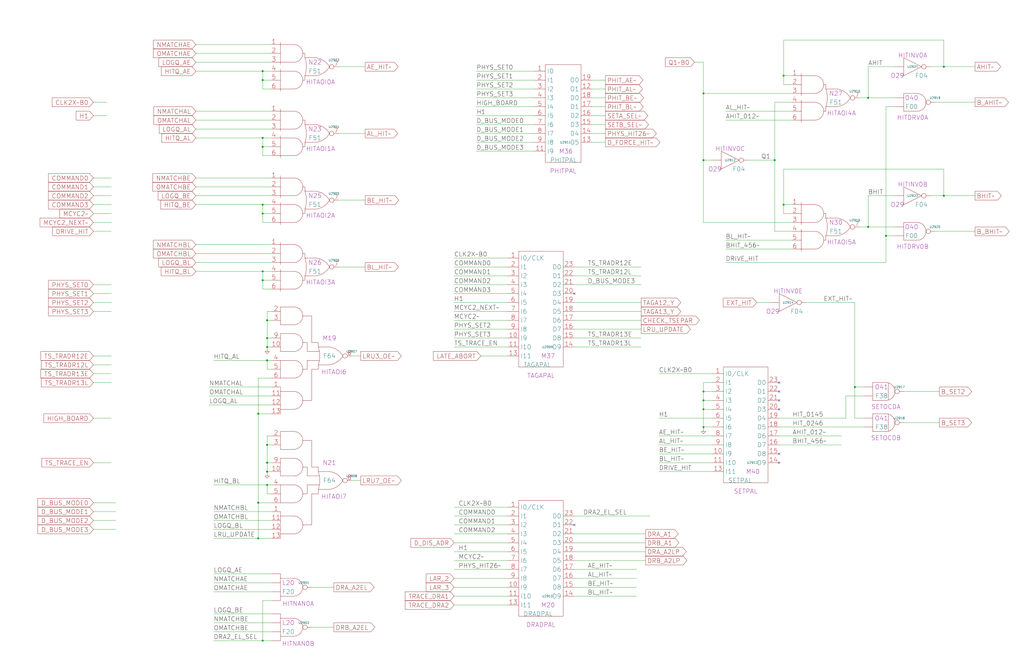
<source format=kicad_sch>
(kicad_sch (version 20250114) (generator "eeschema") (generator_version "9.0")
  (paper "User" 584.2 378.46)
  (title_block (title "HIT LOGIC") (date "08-MAR-90") (rev "0.0") (comment 1 "MEM32 BOARD") (comment 2 "232-003066") (comment 3 "S400") (comment 4 "RELEASED"))
  (junction (at 149.86 121.92))
  (junction (at 401.32 223.52))
  (junction (at 152.4 276.86))
  (junction (at 447.04 116.84))
  (junction (at 152.4 182.88))
  (junction (at 401.32 91.44))
  (junction (at 401.32 228.6))
  (junction (at 447.04 43.18))
  (junction (at 147.32 307.34))
  (junction (at 149.86 40.64))
  (junction (at 401.32 243.84))
  (junction (at 147.32 236.22))
  (junction (at 505.46 134.62))
  (junction (at 152.4 198.12))
  (junction (at 441.96 91.44))
  (junction (at 149.86 83.82))
  (junction (at 149.86 116.84))
  (junction (at 401.32 53.34))
  (junction (at 152.4 193.04))
  (junction (at 152.4 269.24))
  (junction (at 538.48 111.76))
  (junction (at 538.48 38.1))
  (junction (at 149.86 365.76))
  (junction (at 487.68 220.98))
  (junction (at 147.32 287.02))
  (junction (at 149.86 154.94))
  (junction (at 401.32 233.68))
  (junction (at 495.3 129.54))
  (junction (at 149.86 160.02))
  (junction (at 152.4 254))
  (junction (at 149.86 78.74))
  (junction (at 152.4 264.16))
  (junction (at 149.86 45.72))
  (junction (at 152.4 205.74))
  (junction (at 495.3 55.88))
  (no_connect (at 444.5 218.44))
  (no_connect (at 444.5 264.16))
  (no_connect (at 444.5 233.68))
  (no_connect (at 444.5 223.52))
  (no_connect (at 444.5 228.6))
  (no_connect (at 327.66 167.64))
  (no_connect (at 327.66 299.72))
  (no_connect (at 444.5 259.08))
  (wire (pts (xy 401.32 91.44) (xy 401.32 127)))
  (wire (pts (xy 452.12 48.26) (xy 447.04 48.26)))
  (wire (pts (xy 154.94 248.92) (xy 152.4 248.92)))
  (wire (pts (xy 327.66 177.8) (xy 365.76 177.8)))
  (wire (pts (xy 53.34 167.64) (xy 63.5 167.64)))
  (wire (pts (xy 337.82 71.12) (xy 345.44 71.12)))
  (wire (pts (xy 447.04 43.18) (xy 447.04 22.86)))
  (wire (pts (xy 53.34 111.76) (xy 63.5 111.76)))
  (wire (pts (xy 327.66 152.4) (xy 365.76 152.4)))
  (wire (pts (xy 154.94 177.8) (xy 152.4 177.8)))
  (wire (pts (xy 271.78 71.12) (xy 304.8 71.12)))
  (wire (pts (xy 401.32 91.44) (xy 406.4 91.44)))
  (wire (pts (xy 337.82 76.2) (xy 345.44 76.2)))
  (wire (pts (xy 111.76 106.68) (xy 154.94 106.68)))
  (wire (pts (xy 200.66 274.32) (xy 205.74 274.32)))
  (wire (pts (xy 259.08 309.88) (xy 289.56 309.88)))
  (wire (pts (xy 327.66 198.12) (xy 365.76 198.12)))
  (wire (pts (xy 259.08 320.04) (xy 289.56 320.04)))
  (wire (pts (xy 53.34 208.28) (xy 63.5 208.28)))
  (wire (pts (xy 271.78 81.28) (xy 304.8 81.28)))
  (wire (pts (xy 111.76 101.6) (xy 154.94 101.6)))
  (wire (pts (xy 111.76 116.84) (xy 149.86 116.84)))
  (wire (pts (xy 259.08 289.56) (xy 289.56 289.56)))
  (wire (pts (xy 327.66 162.56) (xy 365.76 162.56)))
  (wire (pts (xy 447.04 48.26) (xy 447.04 43.18)))
  (wire (pts (xy 53.34 101.6) (xy 63.5 101.6)))
  (wire (pts (xy 447.04 43.18) (xy 452.12 43.18)))
  (wire (pts (xy 337.82 45.72) (xy 345.44 45.72)))
  (wire (pts (xy 149.86 127) (xy 149.86 121.92)))
  (wire (pts (xy 327.66 172.72) (xy 365.76 172.72)))
  (wire (pts (xy 327.66 330.2) (xy 363.22 330.2)))
  (wire (pts (xy 375.92 259.08) (xy 406.4 259.08)))
  (wire (pts (xy 444.5 248.92) (xy 480.06 248.92)))
  (wire (pts (xy 111.76 63.5) (xy 154.94 63.5)))
  (wire (pts (xy 152.4 276.86) (xy 152.4 281.94)))
  (wire (pts (xy 53.34 66.04) (xy 60.96 66.04)))
  (wire (pts (xy 495.3 38.1) (xy 495.3 55.88)))
  (wire (pts (xy 444.5 243.84) (xy 492.76 243.84)))
  (wire (pts (xy 53.34 238.76) (xy 63.5 238.76)))
  (wire (pts (xy 149.86 121.92) (xy 149.86 116.84)))
  (wire (pts (xy 53.34 292.1) (xy 66.04 292.1)))
  (wire (pts (xy 152.4 269.24) (xy 154.94 269.24)))
  (wire (pts (xy 149.86 365.76) (xy 154.94 365.76)))
  (wire (pts (xy 259.08 187.96) (xy 289.56 187.96)))
  (wire (pts (xy 441.96 91.44) (xy 441.96 58.42)))
  (wire (pts (xy 121.92 355.6) (xy 154.94 355.6)))
  (wire (pts (xy 53.34 58.42) (xy 60.96 58.42)))
  (wire (pts (xy 447.04 121.92) (xy 447.04 116.84)))
  (wire (pts (xy 533.4 132.08) (xy 556.26 132.08)))
  (wire (pts (xy 495.3 55.88) (xy 510.54 55.88)))
  (wire (pts (xy 327.66 340.36) (xy 363.22 340.36)))
  (wire (pts (xy 149.86 88.9) (xy 149.86 83.82)))
  (wire (pts (xy 401.32 233.68) (xy 401.32 243.84)))
  (wire (pts (xy 533.4 58.42) (xy 556.26 58.42)))
  (wire (pts (xy 111.76 149.86) (xy 154.94 149.86)))
  (wire (pts (xy 53.34 132.08) (xy 63.5 132.08)))
  (wire (pts (xy 259.08 147.32) (xy 289.56 147.32)))
  (wire (pts (xy 441.96 58.42) (xy 452.12 58.42)))
  (wire (pts (xy 193.04 38.1) (xy 208.28 38.1)))
  (wire (pts (xy 259.08 314.96) (xy 289.56 314.96)))
  (wire (pts (xy 111.76 144.78) (xy 154.94 144.78)))
  (wire (pts (xy 152.4 182.88) (xy 154.94 182.88)))
  (wire (pts (xy 444.5 254) (xy 480.06 254)))
  (wire (pts (xy 149.86 45.72) (xy 154.94 45.72)))
  (wire (pts (xy 271.78 55.88) (xy 304.8 55.88)))
  (wire (pts (xy 193.04 114.3) (xy 208.28 114.3)))
  (wire (pts (xy 193.04 152.4) (xy 208.28 152.4)))
  (wire (pts (xy 152.4 193.04) (xy 152.4 198.12)))
  (wire (pts (xy 375.92 213.36) (xy 406.4 213.36)))
  (wire (pts (xy 154.94 210.82) (xy 152.4 210.82)))
  (wire (pts (xy 149.86 78.74) (xy 154.94 78.74)))
  (wire (pts (xy 487.68 220.98) (xy 487.68 238.76)))
  (wire (pts (xy 149.86 165.1) (xy 149.86 160.02)))
  (wire (pts (xy 487.68 238.76) (xy 492.76 238.76)))
  (wire (pts (xy 327.66 320.04) (xy 368.3 320.04)))
  (wire (pts (xy 447.04 96.52) (xy 538.48 96.52)))
  (wire (pts (xy 401.32 223.52) (xy 406.4 223.52)))
  (wire (pts (xy 401.32 223.52) (xy 401.32 228.6)))
  (wire (pts (xy 495.3 129.54) (xy 510.54 129.54)))
  (wire (pts (xy 327.66 325.12) (xy 363.22 325.12)))
  (wire (pts (xy 147.32 215.9) (xy 154.94 215.9)))
  (wire (pts (xy 111.76 111.76) (xy 154.94 111.76)))
  (wire (pts (xy 149.86 83.82) (xy 154.94 83.82)))
  (wire (pts (xy 327.66 294.64) (xy 370.84 294.64)))
  (wire (pts (xy 401.32 127) (xy 452.12 127)))
  (wire (pts (xy 152.4 198.12) (xy 154.94 198.12)))
  (wire (pts (xy 337.82 66.04) (xy 345.44 66.04)))
  (wire (pts (xy 337.82 55.88) (xy 345.44 55.88)))
  (wire (pts (xy 426.72 91.44) (xy 441.96 91.44)))
  (wire (pts (xy 375.92 248.92) (xy 406.4 248.92)))
  (wire (pts (xy 149.86 40.64) (xy 154.94 40.64)))
  (wire (pts (xy 271.78 60.96) (xy 304.8 60.96)))
  (wire (pts (xy 271.78 40.64) (xy 304.8 40.64)))
  (wire (pts (xy 327.66 187.96) (xy 365.76 187.96)))
  (wire (pts (xy 152.4 254) (xy 152.4 264.16)))
  (wire (pts (xy 53.34 218.44) (xy 63.5 218.44)))
  (wire (pts (xy 259.08 304.8) (xy 289.56 304.8)))
  (wire (pts (xy 121.92 350.52) (xy 154.94 350.52)))
  (wire (pts (xy 154.94 165.1) (xy 149.86 165.1)))
  (wire (pts (xy 538.48 22.86) (xy 538.48 38.1)))
  (wire (pts (xy 401.32 228.6) (xy 406.4 228.6)))
  (wire (pts (xy 447.04 116.84) (xy 452.12 116.84)))
  (wire (pts (xy 327.66 182.88) (xy 365.76 182.88)))
  (wire (pts (xy 337.82 81.28) (xy 345.44 81.28)))
  (wire (pts (xy 111.76 139.7) (xy 154.94 139.7)))
  (wire (pts (xy 327.66 314.96) (xy 368.3 314.96)))
  (wire (pts (xy 441.96 132.08) (xy 441.96 91.44)))
  (wire (pts (xy 149.86 116.84) (xy 154.94 116.84)))
  (wire (pts (xy 121.92 327.66) (xy 154.94 327.66)))
  (wire (pts (xy 259.08 299.72) (xy 289.56 299.72)))
  (wire (pts (xy 152.4 264.16) (xy 154.94 264.16)))
  (wire (pts (xy 259.08 152.4) (xy 289.56 152.4)))
  (wire (pts (xy 327.66 193.04) (xy 365.76 193.04)))
  (wire (pts (xy 505.46 134.62) (xy 505.46 60.96)))
  (wire (pts (xy 530.86 38.1) (xy 538.48 38.1)))
  (wire (pts (xy 149.86 160.02) (xy 149.86 154.94)))
  (wire (pts (xy 505.46 134.62) (xy 510.54 134.62)))
  (wire (pts (xy 111.76 68.58) (xy 154.94 68.58)))
  (wire (pts (xy 259.08 157.48) (xy 289.56 157.48)))
  (wire (pts (xy 271.78 76.2) (xy 304.8 76.2)))
  (wire (pts (xy 401.32 35.56) (xy 401.32 53.34)))
  (wire (pts (xy 414.02 137.16) (xy 452.12 137.16)))
  (wire (pts (xy 401.32 243.84) (xy 406.4 243.84)))
  (wire (pts (xy 149.86 45.72) (xy 149.86 40.64)))
  (wire (pts (xy 259.08 162.56) (xy 289.56 162.56)))
  (wire (pts (xy 375.92 254) (xy 406.4 254)))
  (wire (pts (xy 538.48 96.52) (xy 538.48 111.76)))
  (wire (pts (xy 447.04 22.86) (xy 538.48 22.86)))
  (wire (pts (xy 482.6 226.06) (xy 482.6 238.76)))
  (wire (pts (xy 459.74 172.72) (xy 487.68 172.72)))
  (wire (pts (xy 121.92 365.76) (xy 149.86 365.76)))
  (wire (pts (xy 121.92 292.1) (xy 154.94 292.1)))
  (wire (pts (xy 119.38 226.06) (xy 154.94 226.06)))
  (wire (pts (xy 152.4 254) (xy 154.94 254)))
  (wire (pts (xy 337.82 60.96) (xy 345.44 60.96)))
  (wire (pts (xy 121.92 302.26) (xy 154.94 302.26)))
  (wire (pts (xy 154.94 88.9) (xy 149.86 88.9)))
  (wire (pts (xy 487.68 172.72) (xy 487.68 220.98)))
  (wire (pts (xy 327.66 335.28) (xy 363.22 335.28)))
  (wire (pts (xy 53.34 213.36) (xy 63.5 213.36)))
  (wire (pts (xy 452.12 132.08) (xy 441.96 132.08)))
  (wire (pts (xy 271.78 50.8) (xy 304.8 50.8)))
  (wire (pts (xy 121.92 360.68) (xy 154.94 360.68)))
  (wire (pts (xy 327.66 157.48) (xy 365.76 157.48)))
  (wire (pts (xy 414.02 68.58) (xy 452.12 68.58)))
  (wire (pts (xy 274.32 203.2) (xy 289.56 203.2)))
  (wire (pts (xy 193.04 76.2) (xy 208.28 76.2)))
  (wire (pts (xy 414.02 142.24) (xy 452.12 142.24)))
  (wire (pts (xy 53.34 203.2) (xy 63.5 203.2)))
  (wire (pts (xy 259.08 345.44) (xy 289.56 345.44)))
  (wire (pts (xy 271.78 86.36) (xy 304.8 86.36)))
  (wire (pts (xy 53.34 287.02) (xy 66.04 287.02)))
  (wire (pts (xy 152.4 177.8) (xy 152.4 182.88)))
  (wire (pts (xy 121.92 337.82) (xy 154.94 337.82)))
  (wire (pts (xy 147.32 287.02) (xy 154.94 287.02)))
  (wire (pts (xy 149.86 121.92) (xy 154.94 121.92)))
  (wire (pts (xy 259.08 167.64) (xy 289.56 167.64)))
  (wire (pts (xy 121.92 332.74) (xy 154.94 332.74)))
  (wire (pts (xy 149.86 342.9) (xy 149.86 365.76)))
  (wire (pts (xy 154.94 281.94) (xy 152.4 281.94)))
  (wire (pts (xy 505.46 149.86) (xy 505.46 134.62)))
  (wire (pts (xy 452.12 121.92) (xy 447.04 121.92)))
  (wire (pts (xy 515.62 241.3) (xy 535.94 241.3)))
  (wire (pts (xy 447.04 116.84) (xy 447.04 96.52)))
  (wire (pts (xy 147.32 236.22) (xy 147.32 215.9)))
  (wire (pts (xy 152.4 248.92) (xy 152.4 254)))
  (wire (pts (xy 406.4 218.44) (xy 401.32 218.44)))
  (wire (pts (xy 152.4 182.88) (xy 152.4 193.04)))
  (wire (pts (xy 111.76 154.94) (xy 149.86 154.94)))
  (wire (pts (xy 149.86 160.02) (xy 154.94 160.02)))
  (wire (pts (xy 53.34 302.26) (xy 66.04 302.26)))
  (wire (pts (xy 154.94 127) (xy 149.86 127)))
  (wire (pts (xy 147.32 236.22) (xy 154.94 236.22)))
  (wire (pts (xy 414.02 63.5) (xy 452.12 63.5)))
  (wire (pts (xy 401.32 228.6) (xy 401.32 233.68)))
  (wire (pts (xy 259.08 335.28) (xy 289.56 335.28)))
  (wire (pts (xy 53.34 172.72) (xy 63.5 172.72)))
  (wire (pts (xy 147.32 307.34) (xy 154.94 307.34)))
  (wire (pts (xy 111.76 73.66) (xy 154.94 73.66)))
  (wire (pts (xy 152.4 193.04) (xy 154.94 193.04)))
  (wire (pts (xy 259.08 172.72) (xy 289.56 172.72)))
  (wire (pts (xy 152.4 264.16) (xy 152.4 269.24)))
  (wire (pts (xy 149.86 50.8) (xy 149.86 45.72)))
  (wire (pts (xy 53.34 297.18) (xy 66.04 297.18)))
  (wire (pts (xy 401.32 218.44) (xy 401.32 223.52)))
  (wire (pts (xy 396.24 35.56) (xy 401.32 35.56)))
  (wire (pts (xy 401.32 53.34) (xy 401.32 91.44)))
  (wire (pts (xy 53.34 106.68) (xy 63.5 106.68)))
  (wire (pts (xy 538.48 111.76) (xy 556.26 111.76)))
  (wire (pts (xy 152.4 276.86) (xy 154.94 276.86)))
  (wire (pts (xy 147.32 307.34) (xy 147.32 287.02)))
  (wire (pts (xy 375.92 264.16) (xy 406.4 264.16)))
  (wire (pts (xy 152.4 205.74) (xy 154.94 205.74)))
  (wire (pts (xy 259.08 325.12) (xy 289.56 325.12)))
  (wire (pts (xy 495.3 111.76) (xy 495.3 129.54)))
  (wire (pts (xy 53.34 264.16) (xy 63.5 264.16)))
  (wire (pts (xy 121.92 276.86) (xy 152.4 276.86)))
  (wire (pts (xy 492.76 226.06) (xy 482.6 226.06)))
  (wire (pts (xy 53.34 177.8) (xy 63.5 177.8)))
  (wire (pts (xy 53.34 127) (xy 63.5 127)))
  (wire (pts (xy 111.76 30.48) (xy 154.94 30.48)))
  (wire (pts (xy 259.08 330.2) (xy 289.56 330.2)))
  (wire (pts (xy 259.08 294.64) (xy 289.56 294.64)))
  (wire (pts (xy 111.76 40.64) (xy 149.86 40.64)))
  (wire (pts (xy 259.08 182.88) (xy 289.56 182.88)))
  (wire (pts (xy 505.46 60.96) (xy 510.54 60.96)))
  (wire (pts (xy 487.68 220.98) (xy 492.76 220.98)))
  (wire (pts (xy 510.54 38.1) (xy 495.3 38.1)))
  (wire (pts (xy 327.66 309.88) (xy 368.3 309.88)))
  (wire (pts (xy 111.76 35.56) (xy 154.94 35.56)))
  (wire (pts (xy 490.22 55.88) (xy 495.3 55.88)))
  (wire (pts (xy 53.34 121.92) (xy 63.5 121.92)))
  (wire (pts (xy 431.8 172.72) (xy 439.42 172.72)))
  (wire (pts (xy 149.86 154.94) (xy 154.94 154.94)))
  (wire (pts (xy 327.66 304.8) (xy 368.3 304.8)))
  (wire (pts (xy 121.92 297.18) (xy 154.94 297.18)))
  (wire (pts (xy 111.76 78.74) (xy 149.86 78.74)))
  (wire (pts (xy 375.92 238.76) (xy 406.4 238.76)))
  (wire (pts (xy 147.32 287.02) (xy 147.32 236.22)))
  (wire (pts (xy 152.4 205.74) (xy 152.4 210.82)))
  (wire (pts (xy 154.94 342.9) (xy 149.86 342.9)))
  (wire (pts (xy 510.54 111.76) (xy 495.3 111.76)))
  (wire (pts (xy 53.34 116.84) (xy 63.5 116.84)))
  (wire (pts (xy 515.62 223.52) (xy 535.94 223.52)))
  (wire (pts (xy 119.38 220.98) (xy 154.94 220.98)))
  (wire (pts (xy 121.92 205.74) (xy 152.4 205.74)))
  (wire (pts (xy 259.08 193.04) (xy 289.56 193.04)))
  (wire (pts (xy 154.94 50.8) (xy 149.86 50.8)))
  (wire (pts (xy 375.92 269.24) (xy 406.4 269.24)))
  (wire (pts (xy 119.38 231.14) (xy 154.94 231.14)))
  (wire (pts (xy 414.02 149.86) (xy 505.46 149.86)))
  (wire (pts (xy 149.86 83.82) (xy 149.86 78.74)))
  (wire (pts (xy 401.32 53.34) (xy 452.12 53.34)))
  (wire (pts (xy 271.78 66.04) (xy 304.8 66.04)))
  (wire (pts (xy 259.08 198.12) (xy 289.56 198.12)))
  (wire (pts (xy 259.08 340.36) (xy 289.56 340.36)))
  (wire (pts (xy 177.8 358.14) (xy 190.5 358.14)))
  (wire (pts (xy 482.6 238.76) (xy 444.5 238.76)))
  (wire (pts (xy 121.92 307.34) (xy 147.32 307.34)))
  (wire (pts (xy 111.76 25.4) (xy 154.94 25.4)))
  (wire (pts (xy 401.32 233.68) (xy 406.4 233.68)))
  (wire (pts (xy 271.78 45.72) (xy 304.8 45.72)))
  (wire (pts (xy 538.48 38.1) (xy 556.26 38.1)))
  (wire (pts (xy 490.22 129.54) (xy 495.3 129.54)))
  (wire (pts (xy 530.86 111.76) (xy 538.48 111.76)))
  (wire (pts (xy 177.8 335.28) (xy 190.5 335.28)))
  (wire (pts (xy 337.82 50.8) (xy 345.44 50.8)))
  (wire (pts (xy 200.66 203.2) (xy 205.74 203.2)))
  (wire (pts (xy 53.34 162.56) (xy 63.5 162.56)))
  (wire (pts (xy 259.08 177.8) (xy 289.56 177.8)))
  (label "AHIT" (at 495.3 38.1 0) (effects (font (size 2.54 2.54))))
  (label "TS_TRADR12E" (at 335.28 152.4 0) (effects (font (size 2.54 2.54))))
  (label "PHYS_HIT26~" (at 261.62 325.12 0) (effects (font (size 2.54 2.54))))
  (label "BE_HIT~" (at 335.28 335.28 0) (effects (font (size 2.54 2.54))))
  (label "TS_TRADR13L" (at 335.28 198.12 0) (effects (font (size 2.54 2.54))))
  (label "CLK2X~B0" (at 375.92 213.36 0) (effects (font (size 2.54 2.54))))
  (label "MCYC2~" (at 261.62 320.04 0) (effects (font (size 2.54 2.54))))
  (label "LOGQ_BL" (at 121.92 302.26 0) (effects (font (size 2.54 2.54))))
  (label "LRU_UPDATE" (at 121.92 307.34 0) (effects (font (size 2.54 2.54))))
  (label "COMMAND0" (at 259.08 152.4 0) (effects (font (size 2.54 2.54))))
  (label "D_BUS_MODE3" (at 335.28 162.56 0) (effects (font (size 2.54 2.54))))
  (label "TS_TRACE_EN" (at 259.08 198.12 0) (effects (font (size 2.54 2.54))))
  (label "AL_HIT~" (at 335.28 330.2 0) (effects (font (size 2.54 2.54))))
  (label "HITQ_BL" (at 121.92 276.86 0) (effects (font (size 2.54 2.54))))
  (label "TS_TRADR13E" (at 335.28 193.04 0) (effects (font (size 2.54 2.54))))
  (label "AE_HIT~" (at 335.28 325.12 0) (effects (font (size 2.54 2.54))))
  (label "D_BUS_MODE0" (at 271.78 71.12 0) (effects (font (size 2.54 2.54))))
  (label "AHIT_012~" (at 452.12 248.92 0) (effects (font (size 2.54 2.54))))
  (label "EXT_HIT~" (at 469.9 172.72 0) (effects (font (size 2.54 2.54))))
  (label "Q1" (at 434.34 91.44 0) (effects (font (size 2.54 2.54))))
  (label "MCYC2_NEXT~" (at 259.08 177.8 0) (effects (font (size 2.54 2.54))))
  (label "H1" (at 261.62 314.96 0) (effects (font (size 2.54 2.54))))
  (label "PHYS_SET1" (at 271.78 45.72 0) (effects (font (size 2.54 2.54))))
  (label "BL_HIT~" (at 335.28 340.36 0) (effects (font (size 2.54 2.54))))
  (label "CLK2X~B0" (at 261.62 289.56 0) (effects (font (size 2.54 2.54))))
  (label "BHIT_456~" (at 452.12 254 0) (effects (font (size 2.54 2.54))))
  (label "PHYS_SET2" (at 271.78 50.8 0) (effects (font (size 2.54 2.54))))
  (label "H1" (at 271.78 66.04 0) (effects (font (size 2.54 2.54))))
  (label "HITQ_AL" (at 121.92 205.74 0) (effects (font (size 2.54 2.54))))
  (label "COMMAND2" (at 261.62 304.8 0) (effects (font (size 2.54 2.54))))
  (label "MCYC2~" (at 259.08 182.88 0) (effects (font (size 2.54 2.54))))
  (label "OMATCHAE" (at 121.92 337.82 0) (effects (font (size 2.54 2.54))))
  (label "LOGQ_BE" (at 121.92 350.52 0) (effects (font (size 2.54 2.54))))
  (label "NMATCHAE" (at 121.92 332.74 0) (effects (font (size 2.54 2.54))))
  (label "AE_HIT~" (at 375.92 248.92 0) (effects (font (size 2.54 2.54))))
  (label "TS_TRADR12L" (at 335.28 157.48 0) (effects (font (size 2.54 2.54))))
  (label "COMMAND0" (at 261.62 294.64 0) (effects (font (size 2.54 2.54))))
  (label "DRA2_EL_SEL" (at 121.92 365.76 0) (effects (font (size 2.54 2.54))))
  (label "PHYS_SET2" (at 259.08 187.96 0) (effects (font (size 2.54 2.54))))
  (label "NMATCHBE" (at 121.92 355.6 0) (effects (font (size 2.54 2.54))))
  (label "COMMAND1" (at 259.08 157.48 0) (effects (font (size 2.54 2.54))))
  (label "BL_HIT~" (at 414.02 137.16 0) (effects (font (size 2.54 2.54))))
  (label "DRA2_EL_SEL" (at 332.74 294.64 0) (effects (font (size 2.54 2.54))))
  (label "OMATCHBE" (at 121.92 360.68 0) (effects (font (size 2.54 2.54))))
  (label "NMATCHBL" (at 121.92 292.1 0) (effects (font (size 2.54 2.54))))
  (label "DRIVE_HIT" (at 375.92 269.24 0) (effects (font (size 2.54 2.54))))
  (label "NMATCHAL" (at 119.38 220.98 0) (effects (font (size 2.54 2.54))))
  (label "LOGQ_AE" (at 121.92 327.66 0) (effects (font (size 2.54 2.54))))
  (label "AL_HIT~" (at 414.02 63.5 0) (effects (font (size 2.54 2.54))))
  (label "COMMAND3" (at 259.08 167.64 0) (effects (font (size 2.54 2.54))))
  (label "COMMAND1" (at 261.62 299.72 0) (effects (font (size 2.54 2.54))))
  (label "PHYS_SET0" (at 271.78 40.64 0) (effects (font (size 2.54 2.54))))
  (label "BE_HIT~" (at 375.92 259.08 0) (effects (font (size 2.54 2.54))))
  (label "AHIT_012~" (at 414.02 68.58 0) (effects (font (size 2.54 2.54))))
  (label "BL_HIT~" (at 375.92 264.16 0) (effects (font (size 2.54 2.54))))
  (label "H1" (at 375.92 238.76 0) (effects (font (size 2.54 2.54))))
  (label "LOGQ_AL" (at 119.38 231.14 0) (effects (font (size 2.54 2.54))))
  (label "D_BUS_MODE1" (at 271.78 76.2 0) (effects (font (size 2.54 2.54))))
  (label "HIGH_BOARD" (at 271.78 60.96 0) (effects (font (size 2.54 2.54))))
  (label "D_BUS_MODE2" (at 271.78 81.28 0) (effects (font (size 2.54 2.54))))
  (label "H1" (at 259.08 172.72 0) (effects (font (size 2.54 2.54))))
  (label "D_BUS_MODE3" (at 271.78 86.36 0) (effects (font (size 2.54 2.54))))
  (label "AL_HIT~" (at 375.92 254 0) (effects (font (size 2.54 2.54))))
  (label "HIT_0246" (at 452.12 243.84 0) (effects (font (size 2.54 2.54))))
  (label "COMMAND2" (at 259.08 162.56 0) (effects (font (size 2.54 2.54))))
  (label "BHIT_456~" (at 414.02 142.24 0) (effects (font (size 2.54 2.54))))
  (label "CLK2X~B0" (at 259.08 147.32 0) (effects (font (size 2.54 2.54))))
  (label "HIT_0145" (at 452.12 238.76 0) (effects (font (size 2.54 2.54))))
  (label "DRIVE_HIT" (at 414.02 149.86 0) (effects (font (size 2.54 2.54))))
  (label "BHIT" (at 495.3 111.76 0) (effects (font (size 2.54 2.54))))
  (label "PHYS_SET3" (at 271.78 55.88 0) (effects (font (size 2.54 2.54))))
  (label "OMATCHBL" (at 121.92 297.18 0) (effects (font (size 2.54 2.54))))
  (label "OMATCHAL" (at 119.38 226.06 0) (effects (font (size 2.54 2.54))))
  (label "PHYS_SET3" (at 259.08 193.04 0) (effects (font (size 2.54 2.54))))
  (global_label "LAR_2" (shape input) (at 259.08 330.2 180) (effects (font (size 2.54 2.54))) (property "Intersheetrefs" "${INTERSHEET_REFS}" (at 243.1264 330.0413 0) (effects (font (size 1.905 1.905)) (justify right))))
  (global_label "D_BUS_MODE2" (shape input) (at 53.34 297.18 180) (effects (font (size 2.54 2.54))) (property "Intersheetrefs" "${INTERSHEET_REFS}" (at 21.6626 297.0213 0) (effects (font (size 1.905 1.905)) (justify right))))
  (global_label "LOGQ_AE" (shape input) (at 111.76 35.56 180) (effects (font (size 2.54 2.54))) (property "Intersheetrefs" "${INTERSHEET_REFS}" (at 90.6054 35.4013 0) (effects (font (size 1.905 1.905)) (justify right))))
  (global_label "DRB_A2EL" (shape output) (at 190.5 358.14 0) (effects (font (size 2.54 2.54))) (property "Intersheetrefs" "${INTERSHEET_REFS}" (at 213.8317 357.9813 0) (effects (font (size 1.905 1.905)) (justify left))))
  (global_label "AL_HIT~" (shape output) (at 208.28 76.2 0) (effects (font (size 2.54 2.54))) (property "Intersheetrefs" "${INTERSHEET_REFS}" (at 226.8946 76.0413 0) (effects (font (size 1.905 1.905)) (justify left))))
  (global_label "HIGH_BOARD" (shape input) (at 53.34 238.76 180) (effects (font (size 2.54 2.54))) (property "Intersheetrefs" "${INTERSHEET_REFS}" (at 25.0492 238.6013 0) (effects (font (size 1.905 1.905)) (justify right))))
  (global_label "PHIT_BE~" (shape output) (at 345.44 55.88 0) (effects (font (size 2.54 2.54))) (property "Intersheetrefs" "${INTERSHEET_REFS}" (at 367.1993 55.7213 0) (effects (font (size 1.905 1.905)) (justify left))))
  (global_label "CLK2X~B0" (shape input) (at 53.34 58.42 180) (effects (font (size 2.54 2.54))) (property "Intersheetrefs" "${INTERSHEET_REFS}" (at 29.7664 58.2613 0) (effects (font (size 1.905 1.905)) (justify right))))
  (global_label "PHYS_SET0" (shape input) (at 53.34 162.56 180) (effects (font (size 2.54 2.54))) (property "Intersheetrefs" "${INTERSHEET_REFS}" (at 27.7102 162.4013 0) (effects (font (size 1.905 1.905)) (justify right))))
  (global_label "H1" (shape input) (at 53.34 66.04 180) (effects (font (size 2.54 2.54))) (property "Intersheetrefs" "${INTERSHEET_REFS}" (at 43.434 65.8813 0) (effects (font (size 1.905 1.905)) (justify right))))
  (global_label "DRA_A2LP" (shape output) (at 368.3 314.96 0) (effects (font (size 2.54 2.54))) (property "Intersheetrefs" "${INTERSHEET_REFS}" (at 391.5108 314.8013 0) (effects (font (size 1.905 1.905)) (justify left))))
  (global_label "B_SET3" (shape output) (at 535.94 241.3 0) (effects (font (size 2.54 2.54))) (property "Intersheetrefs" "${INTERSHEET_REFS}" (at 554.3127 241.1413 0) (effects (font (size 1.905 1.905)) (justify left))))
  (global_label "COMMAND1" (shape input) (at 53.34 106.68 180) (effects (font (size 2.54 2.54))) (property "Intersheetrefs" "${INTERSHEET_REFS}" (at 27.7102 106.5213 0) (effects (font (size 1.905 1.905)) (justify right))))
  (global_label "DRB_A2LP" (shape output) (at 368.3 320.04 0) (effects (font (size 2.54 2.54))) (property "Intersheetrefs" "${INTERSHEET_REFS}" (at 391.8736 319.8813 0) (effects (font (size 1.905 1.905)) (justify left))))
  (global_label "B_AHIT~" (shape output) (at 556.26 58.42 0) (effects (font (size 2.54 2.54))) (property "Intersheetrefs" "${INTERSHEET_REFS}" (at 575.3584 58.2613 0) (effects (font (size 1.905 1.905)) (justify left))))
  (global_label "AE_HIT~" (shape output) (at 208.28 38.1 0) (effects (font (size 2.54 2.54))) (property "Intersheetrefs" "${INTERSHEET_REFS}" (at 227.1365 37.9413 0) (effects (font (size 1.905 1.905)) (justify left))))
  (global_label "BL_HIT~" (shape output) (at 208.28 152.4 0) (effects (font (size 2.54 2.54))) (property "Intersheetrefs" "${INTERSHEET_REFS}" (at 227.2574 152.2413 0) (effects (font (size 1.905 1.905)) (justify left))))
  (global_label "PHYS_SET3" (shape input) (at 53.34 177.8 180) (effects (font (size 2.54 2.54))) (property "Intersheetrefs" "${INTERSHEET_REFS}" (at 27.7102 177.6413 0) (effects (font (size 1.905 1.905)) (justify right))))
  (global_label "LOGQ_BE" (shape input) (at 111.76 111.76 180) (effects (font (size 2.54 2.54))) (property "Intersheetrefs" "${INTERSHEET_REFS}" (at 90.2426 111.6013 0) (effects (font (size 1.905 1.905)) (justify right))))
  (global_label "B_BHIT~" (shape output) (at 556.26 132.08 0) (effects (font (size 2.54 2.54))) (property "Intersheetrefs" "${INTERSHEET_REFS}" (at 575.7212 131.9213 0) (effects (font (size 1.905 1.905)) (justify left))))
  (global_label "PHYS_SET1" (shape input) (at 53.34 167.64 180) (effects (font (size 2.54 2.54))) (property "Intersheetrefs" "${INTERSHEET_REFS}" (at 27.7102 167.4813 0) (effects (font (size 1.905 1.905)) (justify right))))
  (global_label "MCYC2~" (shape input) (at 53.34 121.92 180) (effects (font (size 2.54 2.54))) (property "Intersheetrefs" "${INTERSHEET_REFS}" (at 34.1207 121.7613 0) (effects (font (size 1.905 1.905)) (justify right))))
  (global_label "AHIT~" (shape output) (at 556.26 38.1 0) (effects (font (size 2.54 2.54))) (property "Intersheetrefs" "${INTERSHEET_REFS}" (at 570.8831 37.9413 0) (effects (font (size 1.905 1.905)) (justify left))))
  (global_label "OMATCHAE" (shape input) (at 111.76 30.48 180) (effects (font (size 2.54 2.54))) (property "Intersheetrefs" "${INTERSHEET_REFS}" (at 87.5816 30.3213 0) (effects (font (size 1.905 1.905)) (justify right))))
  (global_label "PHIT_BL~" (shape output) (at 345.44 60.96 0) (effects (font (size 2.54 2.54))) (property "Intersheetrefs" "${INTERSHEET_REFS}" (at 366.9574 60.8013 0) (effects (font (size 1.905 1.905)) (justify left))))
  (global_label "NMATCHAE" (shape input) (at 111.76 25.4 180) (effects (font (size 2.54 2.54))) (property "Intersheetrefs" "${INTERSHEET_REFS}" (at 87.5816 25.2413 0) (effects (font (size 1.905 1.905)) (justify right))))
  (global_label "SETB_SEL~" (shape output) (at 345.44 71.12 0) (effects (font (size 2.54 2.54))) (property "Intersheetrefs" "${INTERSHEET_REFS}" (at 369.9812 70.9613 0) (effects (font (size 1.905 1.905)) (justify left))))
  (global_label "PHIT_AE~" (shape output) (at 345.44 45.72 0) (effects (font (size 2.54 2.54))) (property "Intersheetrefs" "${INTERSHEET_REFS}" (at 366.8365 45.5613 0) (effects (font (size 1.905 1.905)) (justify left))))
  (global_label "NMATCHAL" (shape input) (at 111.76 63.5 180) (effects (font (size 2.54 2.54))) (property "Intersheetrefs" "${INTERSHEET_REFS}" (at 87.8235 63.3413 0) (effects (font (size 1.905 1.905)) (justify right))))
  (global_label "D_FORCE_HIT~" (shape output) (at 345.44 81.28 0) (effects (font (size 2.54 2.54))) (property "Intersheetrefs" "${INTERSHEET_REFS}" (at 376.5127 81.1213 0) (effects (font (size 1.905 1.905)) (justify left))))
  (global_label "COMMAND0" (shape input) (at 53.34 101.6 180) (effects (font (size 2.54 2.54))) (property "Intersheetrefs" "${INTERSHEET_REFS}" (at 27.7102 101.4413 0) (effects (font (size 1.905 1.905)) (justify right))))
  (global_label "LOGQ_BL" (shape input) (at 111.76 149.86 180) (effects (font (size 2.54 2.54))) (property "Intersheetrefs" "${INTERSHEET_REFS}" (at 90.4845 149.7013 0) (effects (font (size 1.905 1.905)) (justify right))))
  (global_label "HITQ_BL" (shape input) (at 111.76 154.94 180) (effects (font (size 2.54 2.54))) (property "Intersheetrefs" "${INTERSHEET_REFS}" (at 91.9359 154.7813 0) (effects (font (size 1.905 1.905)) (justify right))))
  (global_label "PHYS_HIT26~" (shape output) (at 345.44 76.2 0) (effects (font (size 2.54 2.54))) (property "Intersheetrefs" "${INTERSHEET_REFS}" (at 374.4565 76.0413 0) (effects (font (size 1.905 1.905)) (justify left))))
  (global_label "LAR_3" (shape input) (at 259.08 335.28 180) (effects (font (size 2.54 2.54))) (property "Intersheetrefs" "${INTERSHEET_REFS}" (at 243.1264 335.1213 0) (effects (font (size 1.905 1.905)) (justify right))))
  (global_label "LATE_ABORT" (shape input) (at 274.32 203.2 180) (effects (font (size 2.54 2.54))) (property "Intersheetrefs" "${INTERSHEET_REFS}" (at 247.2388 203.0413 0) (effects (font (size 1.905 1.905)) (justify right))))
  (global_label "TRACE_DRA1" (shape input) (at 259.08 340.36 180) (effects (font (size 2.54 2.54))) (property "Intersheetrefs" "${INTERSHEET_REFS}" (at 231.1521 340.2013 0) (effects (font (size 1.905 1.905)) (justify right))))
  (global_label "MCYC2_NEXT~" (shape input) (at 53.34 127 180) (effects (font (size 2.54 2.54))) (property "Intersheetrefs" "${INTERSHEET_REFS}" (at 22.8721 126.8413 0) (effects (font (size 1.905 1.905)) (justify right))))
  (global_label "D_BUS_MODE0" (shape input) (at 53.34 287.02 180) (effects (font (size 2.54 2.54))) (property "Intersheetrefs" "${INTERSHEET_REFS}" (at 21.6626 286.8613 0) (effects (font (size 1.905 1.905)) (justify right))))
  (global_label "OMATCHBE" (shape input) (at 111.76 106.68 180) (effects (font (size 2.54 2.54))) (property "Intersheetrefs" "${INTERSHEET_REFS}" (at 87.2188 106.5213 0) (effects (font (size 1.905 1.905)) (justify right))))
  (global_label "OMATCHAL" (shape input) (at 111.76 68.58 180) (effects (font (size 2.54 2.54))) (property "Intersheetrefs" "${INTERSHEET_REFS}" (at 87.8235 68.4213 0) (effects (font (size 1.905 1.905)) (justify right))))
  (global_label "HITQ_AE" (shape input) (at 111.76 40.64 180) (effects (font (size 2.54 2.54))) (property "Intersheetrefs" "${INTERSHEET_REFS}" (at 92.0569 40.4813 0) (effects (font (size 1.905 1.905)) (justify right))))
  (global_label "DRA_A2EL" (shape output) (at 190.5 335.28 0) (effects (font (size 2.54 2.54))) (property "Intersheetrefs" "${INTERSHEET_REFS}" (at 213.4689 335.1213 0) (effects (font (size 1.905 1.905)) (justify left))))
  (global_label "TS_TRACE_EN" (shape input) (at 53.34 264.16 180) (effects (font (size 2.54 2.54))) (property "Intersheetrefs" "${INTERSHEET_REFS}" (at 23.8397 264.0013 0) (effects (font (size 1.905 1.905)) (justify right))))
  (global_label "TS_TRADR12E" (shape input) (at 53.34 203.2 180) (effects (font (size 2.54 2.54))) (property "Intersheetrefs" "${INTERSHEET_REFS}" (at 23.3559 203.0413 0) (effects (font (size 1.905 1.905)) (justify right))))
  (global_label "PHYS_SET2" (shape input) (at 53.34 172.72 180) (effects (font (size 2.54 2.54))) (property "Intersheetrefs" "${INTERSHEET_REFS}" (at 27.7102 172.5613 0) (effects (font (size 1.905 1.905)) (justify right))))
  (global_label "SETA_SEL~" (shape output) (at 345.44 66.04 0) (effects (font (size 2.54 2.54))) (property "Intersheetrefs" "${INTERSHEET_REFS}" (at 369.6184 65.8813 0) (effects (font (size 1.905 1.905)) (justify left))))
  (global_label "COMMAND2" (shape input) (at 53.34 111.76 180) (effects (font (size 2.54 2.54))) (property "Intersheetrefs" "${INTERSHEET_REFS}" (at 27.7102 111.6013 0) (effects (font (size 1.905 1.905)) (justify right))))
  (global_label "D_BUS_MODE1" (shape input) (at 53.34 292.1 180) (effects (font (size 2.54 2.54))) (property "Intersheetrefs" "${INTERSHEET_REFS}" (at 21.6626 291.9413 0) (effects (font (size 1.905 1.905)) (justify right))))
  (global_label "OMATCHBL" (shape input) (at 111.76 144.78 180) (effects (font (size 2.54 2.54))) (property "Intersheetrefs" "${INTERSHEET_REFS}" (at 87.4607 144.6213 0) (effects (font (size 1.905 1.905)) (justify right))))
  (global_label "BE_HIT~" (shape output) (at 208.28 114.3 0) (effects (font (size 2.54 2.54))) (property "Intersheetrefs" "${INTERSHEET_REFS}" (at 227.4993 114.1413 0) (effects (font (size 1.905 1.905)) (justify left))))
  (global_label "LRU7_OE~" (shape output) (at 205.74 274.32 0) (effects (font (size 2.54 2.54))) (property "Intersheetrefs" "${INTERSHEET_REFS}" (at 228.9508 274.1613 0) (effects (font (size 1.905 1.905)) (justify left))))
  (global_label "TS_TRADR12L" (shape input) (at 53.34 208.28 180) (effects (font (size 2.54 2.54))) (property "Intersheetrefs" "${INTERSHEET_REFS}" (at 23.5978 208.1213 0) (effects (font (size 1.905 1.905)) (justify right))))
  (global_label "BHIT~" (shape output) (at 556.26 111.76 0) (effects (font (size 2.54 2.54))) (property "Intersheetrefs" "${INTERSHEET_REFS}" (at 571.246 111.6013 0) (effects (font (size 1.905 1.905)) (justify left))))
  (global_label "LRU3_OE~" (shape output) (at 205.74 203.2 0) (effects (font (size 2.54 2.54))) (property "Intersheetrefs" "${INTERSHEET_REFS}" (at 228.9508 203.0413 0) (effects (font (size 1.905 1.905)) (justify left))))
  (global_label "TS_TRADR13E" (shape input) (at 53.34 213.36 180) (effects (font (size 2.54 2.54))) (property "Intersheetrefs" "${INTERSHEET_REFS}" (at 23.3559 213.2013 0) (effects (font (size 1.905 1.905)) (justify right))))
  (global_label "TAGA12_Y" (shape output) (at 365.76 172.72 0) (effects (font (size 2.54 2.54))) (property "Intersheetrefs" "${INTERSHEET_REFS}" (at 388.366 172.5613 0) (effects (font (size 1.905 1.905)) (justify left))))
  (global_label "DRB_A1" (shape output) (at 368.3 309.88 0) (effects (font (size 2.54 2.54))) (property "Intersheetrefs" "${INTERSHEET_REFS}" (at 387.2774 309.7213 0) (effects (font (size 1.905 1.905)) (justify left))))
  (global_label "NMATCHBE" (shape input) (at 111.76 101.6 180) (effects (font (size 2.54 2.54))) (property "Intersheetrefs" "${INTERSHEET_REFS}" (at 87.2188 101.4413 0) (effects (font (size 1.905 1.905)) (justify right))))
  (global_label "NMATCHBL" (shape input) (at 111.76 139.7 180) (effects (font (size 2.54 2.54))) (property "Intersheetrefs" "${INTERSHEET_REFS}" (at 87.4607 139.5413 0) (effects (font (size 1.905 1.905)) (justify right))))
  (global_label "HITQ_AL" (shape input) (at 111.76 78.74 180) (effects (font (size 2.54 2.54))) (property "Intersheetrefs" "${INTERSHEET_REFS}" (at 92.2988 78.5813 0) (effects (font (size 1.905 1.905)) (justify right))))
  (global_label "D_BUS_MODE3" (shape input) (at 53.34 302.26 180) (effects (font (size 2.54 2.54))) (property "Intersheetrefs" "${INTERSHEET_REFS}" (at 21.6626 302.1013 0) (effects (font (size 1.905 1.905)) (justify right))))
  (global_label "HITQ_BE" (shape input) (at 111.76 116.84 180) (effects (font (size 2.54 2.54))) (property "Intersheetrefs" "${INTERSHEET_REFS}" (at 91.694 116.6813 0) (effects (font (size 1.905 1.905)) (justify right))))
  (global_label "D_DIS_ADR" (shape input) (at 259.08 309.88 180) (effects (font (size 2.54 2.54))) (property "Intersheetrefs" "${INTERSHEET_REFS}" (at 234.4178 309.7213 0) (effects (font (size 1.905 1.905)) (justify right))))
  (global_label "COMMAND3" (shape input) (at 53.34 116.84 180) (effects (font (size 2.54 2.54))) (property "Intersheetrefs" "${INTERSHEET_REFS}" (at 27.7102 116.6813 0) (effects (font (size 1.905 1.905)) (justify right))))
  (global_label "CHECK_TSEPAR" (shape output) (at 365.76 182.88 0) (effects (font (size 2.54 2.54))) (property "Intersheetrefs" "${INTERSHEET_REFS}" (at 399.0098 182.7213 0) (effects (font (size 1.905 1.905)) (justify left))))
  (global_label "LOGQ_AL" (shape input) (at 111.76 73.66 180) (effects (font (size 2.54 2.54))) (property "Intersheetrefs" "${INTERSHEET_REFS}" (at 90.8473 73.5013 0) (effects (font (size 1.905 1.905)) (justify right))))
  (global_label "B_SET2" (shape output) (at 535.94 223.52 0) (effects (font (size 2.54 2.54))) (property "Intersheetrefs" "${INTERSHEET_REFS}" (at 554.3127 223.3613 0) (effects (font (size 1.905 1.905)) (justify left))))
  (global_label "TAGA13_Y" (shape output) (at 365.76 177.8 0) (effects (font (size 2.54 2.54))) (property "Intersheetrefs" "${INTERSHEET_REFS}" (at 388.366 177.6413 0) (effects (font (size 1.905 1.905)) (justify left))))
  (global_label "PHIT_AL~" (shape output) (at 345.44 50.8 0) (effects (font (size 2.54 2.54))) (property "Intersheetrefs" "${INTERSHEET_REFS}" (at 366.5946 50.6413 0) (effects (font (size 1.905 1.905)) (justify left))))
  (global_label "LRU_UPDATE" (shape output) (at 365.76 187.96 0) (effects (font (size 2.54 2.54))) (property "Intersheetrefs" "${INTERSHEET_REFS}" (at 393.9298 187.8013 0) (effects (font (size 1.905 1.905)) (justify left))))
  (global_label "DRIVE_HIT" (shape input) (at 53.34 132.08 180) (effects (font (size 2.54 2.54))) (property "Intersheetrefs" "${INTERSHEET_REFS}" (at 30.0083 131.9213 0) (effects (font (size 1.905 1.905)) (justify right))))
  (global_label "Q1~B0" (shape input) (at 396.24 35.56 180) (effects (font (size 2.54 2.54))) (property "Intersheetrefs" "${INTERSHEET_REFS}" (at 379.5607 35.4013 0) (effects (font (size 1.905 1.905)) (justify right))))
  (global_label "DRA_A1" (shape output) (at 368.3 304.8 0) (effects (font (size 2.54 2.54))) (property "Intersheetrefs" "${INTERSHEET_REFS}" (at 386.9146 304.6413 0) (effects (font (size 1.905 1.905)) (justify left))))
  (global_label "TRACE_DRA2" (shape input) (at 259.08 345.44 180) (effects (font (size 2.54 2.54))) (property "Intersheetrefs" "${INTERSHEET_REFS}" (at 231.1521 345.2813 0) (effects (font (size 1.905 1.905)) (justify right))))
  (global_label "TS_TRADR13L" (shape input) (at 53.34 218.44 180) (effects (font (size 2.54 2.54))) (property "Intersheetrefs" "${INTERSHEET_REFS}" (at 23.5978 218.2813 0) (effects (font (size 1.905 1.905)) (justify right))))
  (global_label "EXT_HIT" (shape input) (at 431.8 172.72 180) (effects (font (size 2.54 2.54))) (property "Intersheetrefs" "${INTERSHEET_REFS}" (at 412.5807 172.5613 0) (effects (font (size 1.905 1.905)) (justify right))))
  (symbol (lib_id "r1000:F64") (at 185.42 203.2 0) (unit 1)
    (property "Reference" "U2907" (at 200.66 200.66 0))
    (property "Value" "F64" (at 187.96 203.2 0) (effects (font (size 2.54 2.54))))
    (property "Location" "M19" (at 187.96 193.04 0) (effects (font (size 2.54 2.54))))
    (property "Name" "HITAOI6" (at 190.5 213.82 0) (effects (font (size 2.54 2.54)) (justify bottom)))
  )
  (symbol (lib_id "r1000:F00") (at 518.16 55.88 0) (unit 1)
    (property "Reference" "U2919" (at 533.4 55.88 0))
    (property "Value" "F00" (at 520.065 60.96 0) (effects (font (size 2.54 2.54))))
    (property "Location" "O40" (at 520.065 55.88 0) (effects (font (size 2.54 2.54))))
    (property "Name" "HITDRV0A" (at 520.7 68.58 0) (effects (font (size 2.54 2.54)) (justify bottom)))
  )
  (symbol (lib_id "r1000:F51") (at 474.98 127 0) (unit 1)
    (property "Reference" "U2916" (at 487.68 125.73 0))
    (property "Value" "F51" (at 476.885 132.08 0) (effects (font (size 2.54 2.54))))
    (property "Location" "N30" (at 476.885 127 0) (effects (font (size 2.54 2.54))))
    (property "Name" "HITAOI5A" (at 480.06 139.7 0) (effects (font (size 2.54 2.54)) (justify bottom)))
  )
  (symbol (lib_id "r1000:F20") (at 165.1 335.28 0) (unit 1)
    (property "Reference" "U2901" (at 173.355 332.74 0))
    (property "Value" "F20" (at 164.465 337.82 0) (effects (font (size 2.54 2.54))))
    (property "Location" "L20" (at 164.465 332.74 0) (effects (font (size 2.54 2.54))))
    (property "Name" "HITNAN0A" (at 170.18 346.075 0) (effects (font (size 2.54 2.54)) (justify bottom)))
  )
  (symbol (lib_id "r1000:F51") (at 177.8 111.76 0) (unit 1)
    (property "Reference" "U2905" (at 190.5 110.49 0))
    (property "Value" "F51" (at 179.705 116.84 0) (effects (font (size 2.54 2.54))))
    (property "Location" "N25" (at 179.705 111.76 0) (effects (font (size 2.54 2.54))))
    (property "Name" "HITAOI2A" (at 182.88 124.46 0) (effects (font (size 2.54 2.54)) (justify bottom)))
  )
  (symbol (lib_id "r1000:F00") (at 518.16 129.54 0) (unit 1)
    (property "Reference" "U2920" (at 533.4 129.54 0))
    (property "Value" "F00" (at 520.065 134.62 0) (effects (font (size 2.54 2.54))))
    (property "Location" "O40" (at 520.065 129.54 0) (effects (font (size 2.54 2.54))))
    (property "Name" "HITDRV0B" (at 520.7 142.24 0) (effects (font (size 2.54 2.54)) (justify bottom)))
  )
  (symbol (lib_id "r1000:F51") (at 177.8 35.56 0) (unit 1)
    (property "Reference" "U2903" (at 190.5 34.29 0))
    (property "Value" "F51" (at 179.705 40.64 0) (effects (font (size 2.54 2.54))))
    (property "Location" "N22" (at 179.705 35.56 0) (effects (font (size 2.54 2.54))))
    (property "Name" "HITAOI0A" (at 182.88 48.26 0) (effects (font (size 2.54 2.54)) (justify bottom)))
  )
  (symbol (lib_id "r1000:F38") (at 500.38 223.52 0) (unit 1)
    (property "Reference" "U2917" (at 513.08 220.98 0))
    (property "Value" "F38" (at 502.92 226.06 0) (effects (font (size 2.54 2.54))))
    (property "Location" "O41" (at 502.92 220.98 0) (effects (font (size 2.54 2.54))))
    (property "Name" "SETOCDA" (at 505.46 233.68 0) (effects (font (size 2.54 2.54)) (justify bottom)))
  )
  (symbol (lib_id "r1000:PD") (at 401.32 243.84 0) (unit 1) (in_bom no)
    (property "Reference" "#PWR0116" (effects (hide yes)))
    (property "Value" "PD" (effects (hide yes)))
  )
  (symbol (lib_id "r1000:F04") (at 416.56 91.44 0) (unit 1)
    (property "Reference" "U2912" (at 416.56 91.44 0))
    (property "Value" "F04" (at 417.83 96.52 0) (effects (font (size 2.54 2.54)) (justify left)))
    (property "Location" "O29" (at 403.86 96.52 0) (effects (font (size 2.54 2.54)) (justify left)))
    (property "Name" "HITINV0C" (at 416.56 86.36 0) (effects (font (size 2.54 2.54)) (justify bottom)))
  )
  (symbol (lib_id "r1000:TAGAPAL") (at 309.88 203.2 0) (unit 1)
    (property "Reference" "U2909" (at 312.42 198.12 0))
    (property "Value" "TAGAPAL" (at 298.45 208.28 0) (effects (font (size 2.54 2.54)) (justify left)))
    (property "Location" "M37" (at 308.61 203.2 0) (effects (font (size 2.54 2.54)) (justify left)))
    (property "Name" "TAGAPAL" (at 308.61 215.9 0) (effects (font (size 2.54 2.54)) (justify bottom)))
  )
  (symbol (lib_id "r1000:PD") (at 152.4 269.24 0) (unit 1) (in_bom no)
    (property "Reference" "#PWR0117" (effects (hide yes)))
    (property "Value" "PD" (effects (hide yes)))
  )
  (symbol (lib_id "r1000:F51") (at 177.8 73.66 0) (unit 1)
    (property "Reference" "U2904" (at 190.5 72.39 0))
    (property "Value" "F51" (at 179.705 78.74 0) (effects (font (size 2.54 2.54))))
    (property "Location" "N23" (at 179.705 73.66 0) (effects (font (size 2.54 2.54))))
    (property "Name" "HITAOI1A" (at 182.88 86.36 0) (effects (font (size 2.54 2.54)) (justify bottom)))
  )
  (symbol (lib_id "r1000:F51") (at 177.8 149.86 0) (unit 1)
    (property "Reference" "U2906" (at 190.5 148.59 0))
    (property "Value" "F51" (at 179.705 154.94 0) (effects (font (size 2.54 2.54))))
    (property "Location" "N26" (at 179.705 149.86 0) (effects (font (size 2.54 2.54))))
    (property "Name" "HITAOI3A" (at 182.88 162.56 0) (effects (font (size 2.54 2.54)) (justify bottom)))
  )
  (symbol (lib_id "r1000:F64") (at 185.42 274.32 0) (unit 1)
    (property "Reference" "U2908" (at 200.66 271.78 0))
    (property "Value" "F64" (at 187.96 274.32 0) (effects (font (size 2.54 2.54))))
    (property "Location" "N21" (at 187.96 264.16 0) (effects (font (size 2.54 2.54))))
    (property "Name" "HITAOI7" (at 190.5 284.94 0) (effects (font (size 2.54 2.54)) (justify bottom)))
  )
  (symbol (lib_id "r1000:F04") (at 520.7 111.76 0) (unit 1)
    (property "Reference" "U2922" (at 520.7 111.76 0))
    (property "Value" "F04" (at 521.97 116.84 0) (effects (font (size 2.54 2.54)) (justify left)))
    (property "Location" "O29" (at 508 116.84 0) (effects (font (size 2.54 2.54)) (justify left)))
    (property "Name" "HITINV0B" (at 520.7 106.68 0) (effects (font (size 2.54 2.54)) (justify bottom)))
  )
  (symbol (lib_id "r1000:SETPAL") (at 426.72 269.24 0) (unit 1)
    (property "Reference" "U2913" (at 429.26 264.16 0))
    (property "Value" "SETPAL" (at 415.29 274.32 0) (effects (font (size 2.54 2.54)) (justify left)))
    (property "Location" "M40" (at 425.45 269.24 0) (effects (font (size 2.54 2.54)) (justify left)))
    (property "Name" "SETPAL" (at 425.45 281.94 0) (effects (font (size 2.54 2.54)) (justify bottom)))
  )
  (symbol (lib_id "r1000:F20") (at 165.1 358.14 0) (unit 1)
    (property "Reference" "U2902" (at 173.355 355.6 0))
    (property "Value" "F20" (at 164.465 360.68 0) (effects (font (size 2.54 2.54))))
    (property "Location" "L20" (at 164.465 355.6 0) (effects (font (size 2.54 2.54))))
    (property "Name" "HITNAN0B" (at 170.18 368.935 0) (effects (font (size 2.54 2.54)) (justify bottom)))
  )
  (symbol (lib_id "r1000:F04") (at 449.58 172.72 0) (unit 1)
    (property "Reference" "U2914" (at 449.58 172.72 0))
    (property "Value" "F04" (at 450.85 177.8 0) (effects (font (size 2.54 2.54)) (justify left)))
    (property "Location" "O29" (at 436.88 177.8 0) (effects (font (size 2.54 2.54)) (justify left)))
    (property "Name" "HITINV0E" (at 449.58 167.64 0) (effects (font (size 2.54 2.54)) (justify bottom)))
  )
  (symbol (lib_id "r1000:F04") (at 520.7 38.1 0) (unit 1)
    (property "Reference" "U2921" (at 520.7 38.1 0))
    (property "Value" "F04" (at 521.97 43.18 0) (effects (font (size 2.54 2.54)) (justify left)))
    (property "Location" "O29" (at 508 43.18 0) (effects (font (size 2.54 2.54)) (justify left)))
    (property "Name" "HITINV0A" (at 520.7 33.02 0) (effects (font (size 2.54 2.54)) (justify bottom)))
  )
  (symbol (lib_id "r1000:PHITPAL") (at 320.04 86.36 0) (unit 1)
    (property "Reference" "U2911" (at 322.58 81.28 0))
    (property "Value" "PHITPAL" (at 313.69 91.44 0) (effects (font (size 2.54 2.54)) (justify left)))
    (property "Location" "M36" (at 318.77 86.36 0) (effects (font (size 2.54 2.54)) (justify left)))
    (property "Name" "PHITPAL" (at 321.31 99.06 0) (effects (font (size 2.54 2.54)) (justify bottom)))
  )
  (symbol (lib_id "r1000:DRADPAL") (at 309.88 345.44 0) (unit 1)
    (property "Reference" "U2910" (at 312.42 340.36 0))
    (property "Value" "DRADPAL" (at 298.45 350.52 0) (effects (font (size 2.54 2.54)) (justify left)))
    (property "Location" "M20" (at 308.61 345.44 0) (effects (font (size 2.54 2.54)) (justify left)))
    (property "Name" "DRADPAL" (at 308.61 358.14 0) (effects (font (size 2.54 2.54)) (justify bottom)))
  )
  (symbol (lib_id "r1000:F38") (at 500.38 241.3 0) (unit 1)
    (property "Reference" "U2918" (at 513.08 238.76 0))
    (property "Value" "F38" (at 502.92 243.84 0) (effects (font (size 2.54 2.54))))
    (property "Location" "O41" (at 502.92 238.76 0) (effects (font (size 2.54 2.54))))
    (property "Name" "SETOCDB" (at 505.46 251.46 0) (effects (font (size 2.54 2.54)) (justify bottom)))
  )
  (symbol (lib_id "r1000:PD") (at 152.4 198.12 0) (unit 1) (in_bom no)
    (property "Reference" "#PWR0118" (effects (hide yes)))
    (property "Value" "PD" (effects (hide yes)))
  )
  (symbol (lib_id "r1000:F51") (at 474.98 53.34 0) (unit 1)
    (property "Reference" "U2915" (at 487.68 52.07 0))
    (property "Value" "F51" (at 476.885 58.42 0) (effects (font (size 2.54 2.54))))
    (property "Location" "N27" (at 476.885 53.34 0) (effects (font (size 2.54 2.54))))
    (property "Name" "HITAOI4A" (at 480.06 66.04 0) (effects (font (size 2.54 2.54)) (justify bottom)))
  )
)
</source>
